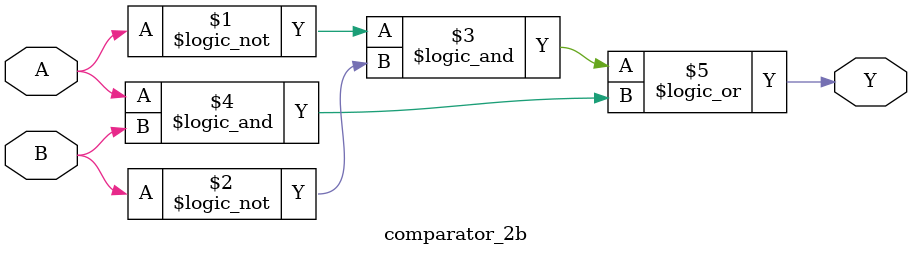
<source format=v>
`timescale 1ns / 1ps

//outputs 1 if A and B are equal, 0 if mismatch
module comparator_2b(
    input A,
    input B,
    output Y
    );
    
    assign Y = (!A&&!B)||(A&&B);
    
    
endmodule

</source>
